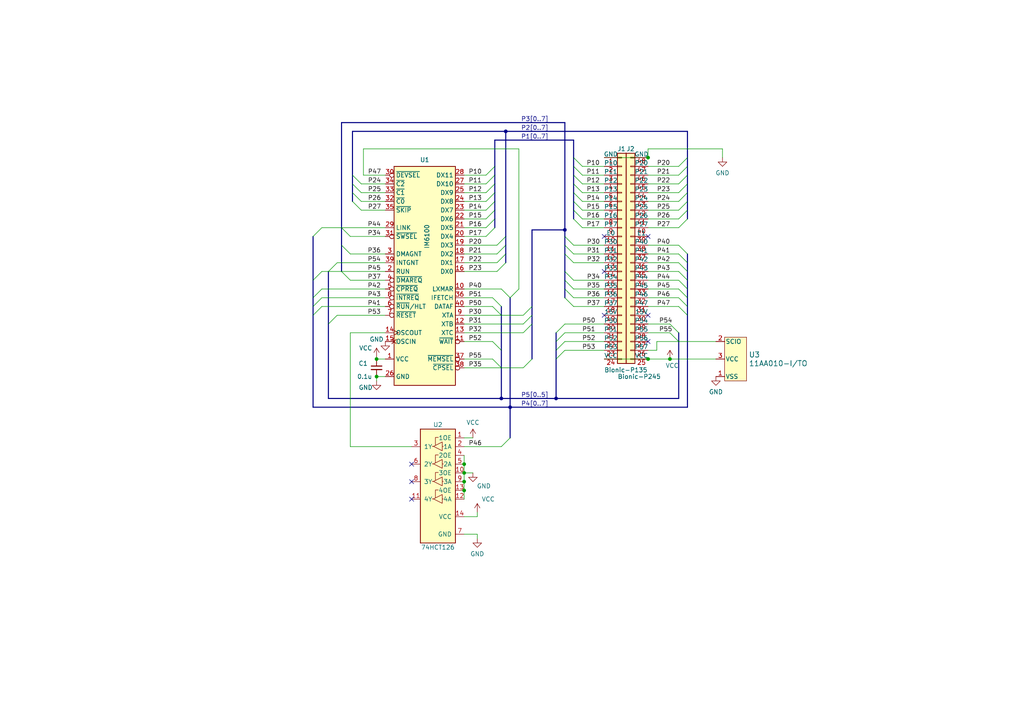
<source format=kicad_sch>
(kicad_sch (version 20230121) (generator eeschema)
  (paper "A4")
  (title_block (title "BionicIM6100") (date "2023-12-10") (rev "1") (company "Tadashi G. Takaoka"))
  (lib_symbols
    (symbol "0-LocalLibrary:11AA010-I_TO" (pin_names (offset 0.254))
      (property "Reference" "U" (at 2.54 1.27 0))
      (property "Value" "11AA010-I/TO" (at 3.81 -13.97 0))
      (symbol "11AA010-I_TO_1_1"
        (rectangle (start 0 0) (end 6.35 -12.7) (fill (type background)))
        (pin power_in line (at -2.54 -11.43 0) (length 2.54) (name "VSS") (number "1"))
        (pin bidirectional line (at -2.54 -1.27 0) (length 2.54) (name "SCIO") (number "2"))
        (pin power_in line (at -2.54 -6.35 0) (length 2.54) (name "VCC") (number "3"))
      )
    )
    (symbol "0-LocalLibrary:74HCT126" (pin_names (offset 1.016))
      (property "Reference" "U" (at 0 16.51 0))
      (property "Value" "74HCT126" (at 0 -19.05 0))
      (symbol "74HCT126_0_1"
        (polyline (pts (xy -1.2954 10.2108) (xy -1.6002 10.2108)))
        (polyline (pts (xy 1.2954 10.2362) (xy 1.651 10.2362)))
        (polyline (pts (xy 0.7112 10.5664) (xy 0.7112 12.827) (xy -0.127 12.827) (xy -0.1016 12.827)))
      )
      (symbol "74HCT126_1_0"
        (polyline (pts (xy 1.27 10.2362) (xy -1.27 11.5062) (xy -1.27 8.9662) (xy 1.27 10.2362)) (stroke (width 0.1524)))
        (pin input line (at -7.62 12.7 0) (length 2.54) (name "1OE") (number "1"))
        (pin input line (at -7.62 2.54 0) (length 2.54) (name "3OE") (number "10"))
        (pin tri_state line (at 7.62 -5.08 180) (length 2.54) (name "4Y") (number "11"))
        (pin input line (at -7.62 -5.08 0) (length 2.54) (name "4A") (number "12"))
        (pin input line (at -7.62 -2.54 0) (length 2.54) (name "4OE") (number "13"))
        (pin power_in line (at -7.62 -10.16 0) (length 2.54) (name "VCC") (number "14"))
        (pin input line (at -7.62 10.16 0) (length 2.54) (name "1A") (number "2"))
        (pin tri_state line (at 7.62 10.16 180) (length 2.54) (name "1Y") (number "3"))
        (pin input line (at -7.62 7.62 0) (length 2.54) (name "2OE") (number "4"))
        (pin input line (at -7.62 5.08 0) (length 2.54) (name "2A") (number "5"))
        (pin tri_state line (at 7.62 5.08 180) (length 2.54) (name "2Y") (number "6"))
        (pin power_in line (at -7.62 -15.24 0) (length 2.54) (name "GND") (number "7"))
        (pin tri_state line (at 7.62 0 180) (length 2.54) (name "3Y") (number "8"))
        (pin input line (at -7.62 0 0) (length 2.54) (name "3A") (number "9"))
      )
      (symbol "74HCT126_1_1"
        (rectangle (start -5.08 15.24) (end 5.08 -17.78) (stroke (width 0.254)) (fill (type background)))
        (polyline (pts (xy -1.2954 -5.0292) (xy -1.6002 -5.0292)))
        (polyline (pts (xy -1.2954 0.0508) (xy -1.6002 0.0508)))
        (polyline (pts (xy -1.2954 5.1308) (xy -1.6002 5.1308)))
        (polyline (pts (xy 1.2954 -5.0038) (xy 1.651 -5.0038)))
        (polyline (pts (xy 1.2954 0.0762) (xy 1.651 0.0762)))
        (polyline (pts (xy 1.2954 5.1562) (xy 1.651 5.1562)))
        (polyline (pts (xy 0.7112 -4.6736) (xy 0.7112 -2.413) (xy -0.127 -2.413) (xy -0.1016 -2.413)))
        (polyline (pts (xy 0.7112 0.4064) (xy 0.7112 2.667) (xy -0.127 2.667) (xy -0.1016 2.667)))
        (polyline (pts (xy 0.7112 5.4864) (xy 0.7112 7.747) (xy -0.127 7.747) (xy -0.1016 7.747)))
        (polyline (pts (xy 1.27 -5.0038) (xy -1.27 -3.7338) (xy -1.27 -6.2738) (xy 1.27 -5.0038)) (stroke (width 0.1524)))
        (polyline (pts (xy 1.27 0.0762) (xy -1.27 1.3462) (xy -1.27 -1.1938) (xy 1.27 0.0762)) (stroke (width 0.1524)))
        (polyline (pts (xy 1.27 5.1562) (xy -1.27 6.4262) (xy -1.27 3.8862) (xy 1.27 5.1562)) (stroke (width 0.1524)))
      )
    )
    (symbol "0-LocalLibrary:Bionic-P135" (pin_names (offset 0))
      (property "Reference" "J" (at 0 30.48 0))
      (property "Value" "Bionic-P135" (at -1.27 -33.02 0))
      (symbol "Bionic-P135_1_1"
        (rectangle (start -1.27 -30.353) (end 0 -30.607) (stroke (width 0.1524)))
        (rectangle (start -1.27 -27.813) (end 0 -28.067) (stroke (width 0.1524)))
        (rectangle (start -1.27 -25.273) (end 0 -25.527) (stroke (width 0.1524)))
        (rectangle (start -1.27 -22.733) (end 0 -22.987) (stroke (width 0.1524)))
        (rectangle (start -1.27 -20.193) (end 0 -20.447) (stroke (width 0.1524)))
        (rectangle (start -1.27 -17.653) (end 0 -17.907) (stroke (width 0.1524)))
        (rectangle (start -1.27 -15.113) (end 0 -15.367) (stroke (width 0.1524)))
        (rectangle (start -1.27 -12.573) (end 0 -12.827) (stroke (width 0.1524)))
        (rectangle (start -1.27 -10.033) (end 0 -10.287) (stroke (width 0.1524)))
        (rectangle (start -1.27 -7.493) (end 0 -7.747) (stroke (width 0.1524)))
        (rectangle (start -1.27 -4.953) (end 0 -5.207) (stroke (width 0.1524)))
        (rectangle (start -1.27 -2.413) (end 0 -2.667) (stroke (width 0.1524)))
        (rectangle (start -1.27 0.127) (end 0 -0.127) (stroke (width 0.1524)))
        (rectangle (start -1.27 2.667) (end 0 2.413) (stroke (width 0.1524)))
        (rectangle (start -1.27 5.207) (end 0 4.953) (stroke (width 0.1524)))
        (rectangle (start -1.27 7.747) (end 0 7.493) (stroke (width 0.1524)))
        (rectangle (start -1.27 10.287) (end 0 10.033) (stroke (width 0.1524)))
        (rectangle (start -1.27 12.827) (end 0 12.573) (stroke (width 0.1524)))
        (rectangle (start -1.27 15.367) (end 0 15.113) (stroke (width 0.1524)))
        (rectangle (start -1.27 17.907) (end 0 17.653) (stroke (width 0.1524)))
        (rectangle (start -1.27 20.447) (end 0 20.193) (stroke (width 0.1524)))
        (rectangle (start -1.27 22.987) (end 0 22.733) (stroke (width 0.1524)))
        (rectangle (start -1.27 25.527) (end 0 25.273) (stroke (width 0.1524)))
        (rectangle (start -1.27 28.067) (end 0 27.813) (stroke (width 0.1524)))
        (rectangle (start -1.27 29.21) (end 1.27 -31.75) (stroke (width 0.254)) (fill (type background)))
        (pin power_out line (at -5.08 27.94 0) (length 3.81) (name "GND") (number "1"))
        (pin bidirectional line (at -5.08 5.08 0) (length 3.81) (name "E0") (number "10"))
        (pin bidirectional line (at -5.08 2.54 0) (length 3.81) (name "P30") (number "11"))
        (pin bidirectional line (at -5.08 0 0) (length 3.81) (name "P31") (number "12"))
        (pin bidirectional line (at -5.08 -2.54 0) (length 3.81) (name "P32") (number "13"))
        (pin bidirectional line (at -5.08 -5.08 0) (length 3.81) (name "P33") (number "14"))
        (pin bidirectional line (at -5.08 -7.62 0) (length 3.81) (name "P34") (number "15"))
        (pin bidirectional line (at -5.08 -10.16 0) (length 3.81) (name "P35") (number "16"))
        (pin bidirectional line (at -5.08 -12.7 0) (length 3.81) (name "P36") (number "17"))
        (pin bidirectional line (at -5.08 -15.24 0) (length 3.81) (name "P37") (number "18"))
        (pin power_out line (at -5.08 -17.78 0) (length 3.81) (name "15V") (number "19"))
        (pin bidirectional line (at -5.08 25.4 0) (length 3.81) (name "P10") (number "2"))
        (pin bidirectional line (at -5.08 -20.32 0) (length 3.81) (name "P50") (number "20"))
        (pin bidirectional line (at -5.08 -22.86 0) (length 3.81) (name "P51") (number "21"))
        (pin bidirectional line (at -5.08 -25.4 0) (length 3.81) (name "P52") (number "22"))
        (pin bidirectional line (at -5.08 -27.94 0) (length 3.81) (name "P53") (number "23"))
        (pin power_out line (at -5.08 -30.48 0) (length 3.81) (name "VCC") (number "24"))
        (pin bidirectional line (at -5.08 22.86 0) (length 3.81) (name "P11") (number "3"))
        (pin bidirectional line (at -5.08 20.32 0) (length 3.81) (name "P12") (number "4"))
        (pin bidirectional line (at -5.08 17.78 0) (length 3.81) (name "P13") (number "5"))
        (pin bidirectional line (at -5.08 15.24 0) (length 3.81) (name "P14") (number "6"))
        (pin bidirectional line (at -5.08 12.7 0) (length 3.81) (name "P15") (number "7"))
        (pin bidirectional line (at -5.08 10.16 0) (length 3.81) (name "P16") (number "8"))
        (pin bidirectional line (at -5.08 7.62 0) (length 3.81) (name "P17") (number "9"))
      )
    )
    (symbol "0-LocalLibrary:Bionic-P245" (pin_names (offset 0))
      (property "Reference" "J" (at -3.81 30.48 0))
      (property "Value" "Bionic-P245" (at -1.27 -33.02 0))
      (symbol "Bionic-P245_1_1"
        (rectangle (start -5.08 -31.75) (end -2.54 29.21) (stroke (width 0.254)) (fill (type background)))
        (rectangle (start -3.81 -30.607) (end -2.54 -30.353) (stroke (width 0.1524)))
        (rectangle (start -3.81 -28.067) (end -2.54 -27.813) (stroke (width 0.1524)))
        (rectangle (start -3.81 -25.527) (end -2.54 -25.273) (stroke (width 0.1524)))
        (rectangle (start -3.81 -22.987) (end -2.54 -22.733) (stroke (width 0.1524)))
        (rectangle (start -3.81 -20.447) (end -2.54 -20.193) (stroke (width 0.1524)))
        (rectangle (start -3.81 -17.907) (end -2.54 -17.653) (stroke (width 0.1524)))
        (rectangle (start -3.81 -15.367) (end -2.54 -15.113) (stroke (width 0.1524)))
        (rectangle (start -3.81 -12.827) (end -2.54 -12.573) (stroke (width 0.1524)))
        (rectangle (start -3.81 -10.287) (end -2.54 -10.033) (stroke (width 0.1524)))
        (rectangle (start -3.81 -7.747) (end -2.54 -7.493) (stroke (width 0.1524)))
        (rectangle (start -3.81 -5.207) (end -2.54 -4.953) (stroke (width 0.1524)))
        (rectangle (start -3.81 -2.667) (end -2.54 -2.413) (stroke (width 0.1524)))
        (rectangle (start -3.81 -0.127) (end -2.54 0.127) (stroke (width 0.1524)))
        (rectangle (start -3.81 2.413) (end -2.54 2.667) (stroke (width 0.1524)))
        (rectangle (start -3.81 4.953) (end -2.54 5.207) (stroke (width 0.1524)))
        (rectangle (start -3.81 7.493) (end -2.54 7.747) (stroke (width 0.1524)))
        (rectangle (start -3.81 10.033) (end -2.54 10.287) (stroke (width 0.1524)))
        (rectangle (start -3.81 12.573) (end -2.54 12.827) (stroke (width 0.1524)))
        (rectangle (start -3.81 15.113) (end -2.54 15.367) (stroke (width 0.1524)))
        (rectangle (start -3.81 17.653) (end -2.54 17.907) (stroke (width 0.1524)))
        (rectangle (start -3.81 20.193) (end -2.54 20.447) (stroke (width 0.1524)))
        (rectangle (start -3.81 22.733) (end -2.54 22.987) (stroke (width 0.1524)))
        (rectangle (start -3.81 25.273) (end -2.54 25.527) (stroke (width 0.1524)))
        (rectangle (start -3.81 27.813) (end -2.54 28.067) (stroke (width 0.1524)))
        (pin power_in line (at 1.27 -30.48 180) (length 3.81) (name "VCC") (number "25"))
        (pin bidirectional line (at 1.27 -27.94 180) (length 3.81) (name "P57") (number "26"))
        (pin bidirectional line (at 1.27 -25.4 180) (length 3.81) (name "P56") (number "27"))
        (pin bidirectional line (at 1.27 -22.86 180) (length 3.81) (name "P55") (number "28"))
        (pin bidirectional line (at 1.27 -20.32 180) (length 3.81) (name "P54") (number "29"))
        (pin power_in line (at 1.27 -17.78 180) (length 3.81) (name "15V") (number "30"))
        (pin bidirectional line (at 1.27 -15.24 180) (length 3.81) (name "P47") (number "31"))
        (pin bidirectional line (at 1.27 -12.7 180) (length 3.81) (name "P46") (number "32"))
        (pin bidirectional line (at 1.27 -10.16 180) (length 3.81) (name "P45") (number "33"))
        (pin bidirectional line (at 1.27 -7.62 180) (length 3.81) (name "P44") (number "34"))
        (pin bidirectional line (at 1.27 -5.08 180) (length 3.81) (name "P43") (number "35"))
        (pin bidirectional line (at 1.27 -2.54 180) (length 3.81) (name "P42") (number "36"))
        (pin bidirectional line (at 1.27 0 180) (length 3.81) (name "P41") (number "37"))
        (pin bidirectional line (at 1.27 2.54 180) (length 3.81) (name "P40") (number "38"))
        (pin bidirectional line (at 1.27 5.08 180) (length 3.81) (name "E1") (number "39"))
        (pin bidirectional line (at 1.27 7.62 180) (length 3.81) (name "P27") (number "40"))
        (pin bidirectional line (at 1.27 10.16 180) (length 3.81) (name "P26") (number "41"))
        (pin bidirectional line (at 1.27 12.7 180) (length 3.81) (name "P25") (number "42"))
        (pin bidirectional line (at 1.27 15.24 180) (length 3.81) (name "P24") (number "43"))
        (pin bidirectional line (at 1.27 17.78 180) (length 3.81) (name "P23") (number "44"))
        (pin bidirectional line (at 1.27 20.32 180) (length 3.81) (name "P22") (number "45"))
        (pin bidirectional line (at 1.27 22.86 180) (length 3.81) (name "P21") (number "46"))
        (pin bidirectional line (at 1.27 25.4 180) (length 3.81) (name "P20") (number "47"))
        (pin power_in line (at 1.27 27.94 180) (length 3.81) (name "GND") (number "48"))
      )
    )
    (symbol "0-LocalLibrary:IM6100"
      (property "Reference" "U" (at -1.27 31.75 0))
      (property "Value" "IM6100" (at 0 -7.62 90))
      (symbol "IM6100_0_1"
        (rectangle (start -8.89 30.48) (end 8.89 -33.02) (stroke (width 0.254)) (fill (type background)))
      )
      (symbol "IM6100_1_1"
        (pin power_in line (at -11.43 -25.4 0) (length 2.54) (name "VCC") (number "1"))
        (pin output line (at 11.43 -5.08 180) (length 2.54) (name "LXMAR") (number "10"))
        (pin input inverted (at 11.43 -20.32 180) (length 2.54) (name "~{WAIT}") (number "11"))
        (pin output line (at 11.43 -15.24 180) (length 2.54) (name "XTB") (number "12"))
        (pin output line (at 11.43 -17.78 180) (length 2.54) (name "XTC") (number "13"))
        (pin input clock (at -11.43 -17.78 0) (length 2.54) (name "OSCOUT") (number "14"))
        (pin passive non_logic (at -11.43 -20.32 0) (length 2.54) (name "OSCIN") (number "15"))
        (pin bidirectional line (at 11.43 0 180) (length 2.54) (name "DX0") (number "16"))
        (pin bidirectional line (at 11.43 2.54 180) (length 2.54) (name "DX1") (number "17"))
        (pin bidirectional line (at 11.43 5.08 180) (length 2.54) (name "DX2") (number "18"))
        (pin bidirectional line (at 11.43 7.62 180) (length 2.54) (name "DX3") (number "19"))
        (pin output line (at -11.43 0 0) (length 2.54) (name "RUN") (number "2"))
        (pin bidirectional line (at 11.43 10.16 180) (length 2.54) (name "DX4") (number "20"))
        (pin bidirectional line (at 11.43 12.7 180) (length 2.54) (name "DX5") (number "21"))
        (pin bidirectional line (at 11.43 15.24 180) (length 2.54) (name "DX6") (number "22"))
        (pin bidirectional line (at 11.43 17.78 180) (length 2.54) (name "DX7") (number "23"))
        (pin bidirectional line (at 11.43 20.32 180) (length 2.54) (name "DX8") (number "24"))
        (pin bidirectional line (at 11.43 22.86 180) (length 2.54) (name "DX9") (number "25"))
        (pin power_in line (at -11.43 -30.48 0) (length 2.54) (name "GND") (number "26"))
        (pin bidirectional line (at 11.43 25.4 180) (length 2.54) (name "DX10") (number "27"))
        (pin bidirectional line (at 11.43 27.94 180) (length 2.54) (name "DX11") (number "28"))
        (pin output line (at -11.43 12.7 0) (length 2.54) (name "LINK") (number "29"))
        (pin output line (at -11.43 5.08 0) (length 2.54) (name "DMAGNT") (number "3"))
        (pin output inverted (at -11.43 27.94 0) (length 2.54) (name "~{DEVSEL}") (number "30"))
        (pin input inverted (at -11.43 10.16 0) (length 2.54) (name "~{SWSEL}") (number "31"))
        (pin bidirectional line (at -11.43 20.32 0) (length 2.54) (name "~{C0}") (number "32"))
        (pin bidirectional line (at -11.43 22.86 0) (length 2.54) (name "~{C1}") (number "33"))
        (pin bidirectional line (at -11.43 25.4 0) (length 2.54) (name "~{C2}") (number "34"))
        (pin bidirectional line (at -11.43 17.78 0) (length 2.54) (name "~{SKIP}") (number "35"))
        (pin output line (at 11.43 -7.62 180) (length 2.54) (name "IFETCH") (number "36"))
        (pin output inverted (at 11.43 -25.4 180) (length 2.54) (name "~{MEMSEL}") (number "37"))
        (pin output inverted (at 11.43 -27.94 180) (length 2.54) (name "~{CPSEL}") (number "38"))
        (pin output line (at -11.43 2.54 0) (length 2.54) (name "INTGNT") (number "39"))
        (pin input inverted (at -11.43 -2.54 0) (length 2.54) (name "~{DMAREQ}") (number "4"))
        (pin output line (at 11.43 -10.16 180) (length 2.54) (name "DATAF") (number "40"))
        (pin input inverted (at -11.43 -5.08 0) (length 2.54) (name "~{CPREQ}") (number "5"))
        (pin input inverted (at -11.43 -10.16 0) (length 2.54) (name "~{RUN}/HLT") (number "6"))
        (pin input inverted (at -11.43 -12.7 0) (length 2.54) (name "~{RESET}") (number "7"))
        (pin input inverted (at -11.43 -7.62 0) (length 2.54) (name "~{INTREQ}") (number "8"))
        (pin output line (at 11.43 -12.7 180) (length 2.54) (name "XTA") (number "9"))
      )
    )
    (symbol "Device:C_Small" (pin_numbers hide) (pin_names (offset 0.254) hide)
      (property "Reference" "C" (at 0.254 1.778 0))
      (property "Value" "C_Small" (at 0.254 -2.032 0))
      (symbol "C_Small_0_1"
        (polyline (pts (xy -1.524 -0.508) (xy 1.524 -0.508)) (stroke (width 0.3302)))
        (polyline (pts (xy -1.524 0.508) (xy 1.524 0.508)) (stroke (width 0.3048)))
      )
      (symbol "C_Small_1_1"
        (pin passive line (at 0 2.54 270) (length 2.032) (name "~") (number "1"))
        (pin passive line (at 0 -2.54 90) (length 2.032) (name "~") (number "2"))
      )
    )
    (symbol "GND_1" (power) (pin_names (offset 0))
      (property "Value" "GND_1" (at 0 -3.81 0))
      (symbol "GND_1_0_1"
        (polyline (pts (xy 0 0) (xy 0 -1.27) (xy 1.27 -1.27) (xy 0 -2.54) (xy -1.27 -1.27) (xy 0 -1.27)))
      )
      (symbol "GND_1_1_1"
        (pin power_in line (at 0 0 270) (length 0) hide (name "GND") (number "1"))
      )
    )
    (symbol "VCC_1" (power) (pin_names (offset 0))
      (property "Value" "VCC_1" (at 0 3.81 0))
      (symbol "VCC_1_0_1"
        (polyline (pts (xy -0.762 1.27) (xy 0 2.54)))
        (polyline (pts (xy 0 0) (xy 0 2.54)))
        (polyline (pts (xy 0 2.54) (xy 0.762 1.27)))
      )
      (symbol "VCC_1_1_1"
        (pin power_in line (at 0 0 90) (length 0) hide (name "VCC") (number "1"))
      )
    )
  )
  (junction (at 134.62 142.24))
  (junction (at 134.62 139.7))
  (junction (at 194.31 104.14))
  (junction (at 187.96 104.14))
  (junction (at 187.96 45.72))
  (junction (at 146.685 38.1))
  (junction (at 147.955 118.11))
  (junction (at 161.29 115.57))
  (junction (at 134.62 134.62))
  (junction (at 134.62 137.16))
  (junction (at 145.415 115.57))
  (junction (at 109.22 104.14))
  (junction (at 163.83 66.675))
  (junction (at 109.22 109.22))
  (no_connect (at 175.26 68.58))
  (no_connect (at 175.26 78.74))
  (no_connect (at 187.96 91.44))
  (no_connect (at 175.26 91.44))
  (no_connect (at 119.38 134.62))
  (no_connect (at 187.96 99.06))
  (no_connect (at 119.38 139.7))
  (no_connect (at 187.96 68.58))
  (no_connect (at 119.38 144.78))
  (bus_entry (at 199.39 60.96) (size -2.54 2.54))
  (bus_entry (at 196.85 71.12) (size 2.54 2.54))
  (bus_entry (at 142.875 86.36) (size 2.54 2.54))
  (bus_entry (at 168.91 60.96) (size -2.54 -2.54))
  (bus_entry (at 99.06 78.74) (size 2.54 2.54))
  (bus_entry (at 93.345 83.82) (size -2.54 2.54))
  (bus_entry (at 154.305 91.44) (size -2.54 2.54))
  (bus_entry (at 194.31 96.52) (size 2.54 2.54))
  (bus_entry (at 140.97 63.5) (size 2.54 -2.54))
  (bus_entry (at 196.85 88.9) (size 2.54 2.54))
  (bus_entry (at 146.685 73.66) (size -2.54 2.54))
  (bus_entry (at 199.39 45.72) (size -2.54 2.54))
  (bus_entry (at 142.875 88.9) (size 2.54 2.54))
  (bus_entry (at 194.31 93.98) (size 2.54 2.54))
  (bus_entry (at 93.345 86.36) (size -2.54 2.54))
  (bus_entry (at 196.85 73.66) (size 2.54 2.54))
  (bus_entry (at 154.305 88.9) (size -2.54 2.54))
  (bus_entry (at 168.91 48.26) (size -2.54 -2.54))
  (bus_entry (at 199.39 63.5) (size -2.54 2.54))
  (bus_entry (at 196.85 81.28) (size 2.54 2.54))
  (bus_entry (at 93.345 66.04) (size -2.54 2.54))
  (bus_entry (at 161.29 101.6) (size 2.54 -2.54))
  (bus_entry (at 146.685 76.2) (size -2.54 2.54))
  (bus_entry (at 163.83 68.58) (size 2.54 2.54))
  (bus_entry (at 102.235 58.42) (size 2.54 2.54))
  (bus_entry (at 163.83 71.12) (size 2.54 2.54))
  (bus_entry (at 168.91 55.88) (size -2.54 -2.54))
  (bus_entry (at 196.85 86.36) (size 2.54 2.54))
  (bus_entry (at 161.29 104.14) (size 2.54 -2.54))
  (bus_entry (at 168.91 53.34) (size -2.54 -2.54))
  (bus_entry (at 168.91 50.8) (size -2.54 -2.54))
  (bus_entry (at 93.345 78.74) (size -2.54 2.54))
  (bus_entry (at 150.495 83.82) (size -2.54 2.54))
  (bus_entry (at 93.345 88.9) (size -2.54 2.54))
  (bus_entry (at 140.97 66.04) (size 2.54 -2.54))
  (bus_entry (at 99.06 71.12) (size 2.54 2.54))
  (bus_entry (at 140.97 53.34) (size 2.54 -2.54))
  (bus_entry (at 168.91 63.5) (size -2.54 -2.54))
  (bus_entry (at 140.97 58.42) (size 2.54 -2.54))
  (bus_entry (at 199.39 58.42) (size -2.54 2.54))
  (bus_entry (at 142.875 104.14) (size 2.54 2.54))
  (bus_entry (at 146.685 68.58) (size -2.54 2.54))
  (bus_entry (at 102.235 50.8) (size 2.54 2.54))
  (bus_entry (at 140.97 68.58) (size 2.54 -2.54))
  (bus_entry (at 140.97 50.8) (size 2.54 -2.54))
  (bus_entry (at 145.415 83.82) (size 2.54 2.54))
  (bus_entry (at 163.83 73.66) (size 2.54 2.54))
  (bus_entry (at 168.91 66.04) (size -2.54 -2.54))
  (bus_entry (at 196.85 78.74) (size 2.54 2.54))
  (bus_entry (at 196.85 83.82) (size 2.54 2.54))
  (bus_entry (at 199.39 53.34) (size -2.54 2.54))
  (bus_entry (at 154.305 93.98) (size -2.54 2.54))
  (bus_entry (at 154.305 104.14) (size -2.54 2.54))
  (bus_entry (at 99.06 66.04) (size 2.54 2.54))
  (bus_entry (at 199.39 50.8) (size -2.54 2.54))
  (bus_entry (at 97.79 91.44) (size -2.54 2.54))
  (bus_entry (at 196.85 76.2) (size 2.54 2.54))
  (bus_entry (at 142.875 99.06) (size 2.54 2.54))
  (bus_entry (at 97.79 76.2) (size -2.54 2.54))
  (bus_entry (at 102.235 53.34) (size 2.54 2.54))
  (bus_entry (at 163.83 86.36) (size 2.54 2.54))
  (bus_entry (at 161.29 96.52) (size 2.54 -2.54))
  (bus_entry (at 199.39 48.26) (size -2.54 2.54))
  (bus_entry (at 199.39 55.88) (size -2.54 2.54))
  (bus_entry (at 102.235 55.88) (size 2.54 2.54))
  (bus_entry (at 147.955 127) (size -2.54 2.54))
  (bus_entry (at 146.685 71.12) (size -2.54 2.54))
  (bus_entry (at 163.83 83.82) (size 2.54 2.54))
  (bus_entry (at 163.83 81.28) (size 2.54 2.54))
  (bus_entry (at 140.97 60.96) (size 2.54 -2.54))
  (bus_entry (at 140.97 55.88) (size 2.54 -2.54))
  (bus_entry (at 168.91 58.42) (size -2.54 -2.54))
  (bus_entry (at 163.83 78.74) (size 2.54 2.54))
  (bus_entry (at 161.29 99.06) (size 2.54 -2.54))
  (bus (pts (xy 163.83 66.675) (xy 163.83 35.56)))
  (wire (pts (xy 134.62 104.14) (xy 142.875 104.14)))
  (bus (pts (xy 199.39 53.34) (xy 199.39 55.88)))
  (wire (pts (xy 175.26 66.04) (xy 168.91 66.04)))
  (wire (pts (xy 134.62 60.96) (xy 140.97 60.96)))
  (bus (pts (xy 146.685 73.66) (xy 146.685 76.2)))
  (wire (pts (xy 111.76 96.52) (xy 101.6 96.52)))
  (wire (pts (xy 187.96 96.52) (xy 194.31 96.52)))
  (bus (pts (xy 199.39 81.28) (xy 199.39 83.82)))
  (wire (pts (xy 145.415 91.44) (xy 151.765 91.44)))
  (wire (pts (xy 134.62 86.36) (xy 142.875 86.36)))
  (bus (pts (xy 145.415 115.57) (xy 95.25 115.57)))
  (bus (pts (xy 196.85 96.52) (xy 196.85 99.06)))
  (wire (pts (xy 175.26 55.88) (xy 168.91 55.88)))
  (wire (pts (xy 134.62 142.24) (xy 134.62 144.78)))
  (bus (pts (xy 199.39 73.66) (xy 199.39 76.2)))
  (bus (pts (xy 166.37 55.88) (xy 166.37 58.42)))
  (bus (pts (xy 95.25 78.74) (xy 95.25 93.98)))
  (wire (pts (xy 175.26 48.26) (xy 168.91 48.26)))
  (wire (pts (xy 99.06 66.04) (xy 111.76 66.04)))
  (wire (pts (xy 163.83 93.98) (xy 175.26 93.98)))
  (wire (pts (xy 134.62 99.06) (xy 142.875 99.06)))
  (bus (pts (xy 166.37 45.72) (xy 166.37 48.26)))
  (wire (pts (xy 134.62 106.68) (xy 145.415 106.68)))
  (bus (pts (xy 199.39 60.96) (xy 199.39 63.5)))
  (wire (pts (xy 93.345 88.9) (xy 111.76 88.9)))
  (bus (pts (xy 102.235 53.34) (xy 102.235 50.8)))
  (wire (pts (xy 190.5 99.06) (xy 196.85 99.06)))
  (wire (pts (xy 134.62 66.04) (xy 140.97 66.04)))
  (bus (pts (xy 146.685 71.12) (xy 146.685 73.66)))
  (wire (pts (xy 134.62 139.7) (xy 134.62 142.24)))
  (bus (pts (xy 199.39 78.74) (xy 199.39 81.28)))
  (wire (pts (xy 145.415 106.68) (xy 151.765 106.68)))
  (bus (pts (xy 166.37 58.42) (xy 166.37 60.96)))
  (wire (pts (xy 187.96 86.36) (xy 196.85 86.36)))
  (wire (pts (xy 97.79 76.2) (xy 111.76 76.2)))
  (wire (pts (xy 166.37 86.36) (xy 175.26 86.36)))
  (bus (pts (xy 163.83 71.12) (xy 163.83 73.66)))
  (wire (pts (xy 134.62 132.08) (xy 134.62 134.62)))
  (wire (pts (xy 166.37 83.82) (xy 175.26 83.82)))
  (wire (pts (xy 175.26 53.34) (xy 168.91 53.34)))
  (wire (pts (xy 99.06 78.74) (xy 111.76 78.74)))
  (wire (pts (xy 187.96 73.66) (xy 196.85 73.66)))
  (bus (pts (xy 163.83 78.74) (xy 163.83 81.28)))
  (bus (pts (xy 145.415 115.57) (xy 161.29 115.57)))
  (wire (pts (xy 109.22 103.505) (xy 109.22 104.14)))
  (bus (pts (xy 199.39 50.8) (xy 199.39 53.34)))
  (bus (pts (xy 143.51 58.42) (xy 143.51 60.96)))
  (bus (pts (xy 99.06 66.04) (xy 99.06 71.12)))
  (bus (pts (xy 143.51 53.34) (xy 143.51 55.88)))
  (wire (pts (xy 105.41 43.18) (xy 150.495 43.18)))
  (bus (pts (xy 146.685 38.1) (xy 146.685 68.58)))
  (wire (pts (xy 134.62 73.66) (xy 144.145 73.66)))
  (bus (pts (xy 199.39 58.42) (xy 199.39 60.96)))
  (wire (pts (xy 175.26 50.8) (xy 168.91 50.8)))
  (wire (pts (xy 175.26 60.96) (xy 168.91 60.96)))
  (bus (pts (xy 90.805 81.28) (xy 90.805 86.36)))
  (bus (pts (xy 146.685 38.1) (xy 199.39 38.1)))
  (wire (pts (xy 138.43 156.21) (xy 138.43 154.94)))
  (bus (pts (xy 145.415 88.9) (xy 145.415 91.44)))
  (bus (pts (xy 102.235 55.88) (xy 102.235 53.34)))
  (bus (pts (xy 145.415 101.6) (xy 145.415 106.68)))
  (wire (pts (xy 134.62 137.16) (xy 134.62 139.7)))
  (bus (pts (xy 146.685 68.58) (xy 146.685 71.12)))
  (bus (pts (xy 199.39 38.1) (xy 199.39 45.72)))
  (bus (pts (xy 196.85 99.06) (xy 196.85 115.57)))
  (bus (pts (xy 154.305 93.98) (xy 154.305 91.44)))
  (wire (pts (xy 196.85 99.06) (xy 207.645 99.06)))
  (bus (pts (xy 199.39 48.26) (xy 199.39 50.8)))
  (wire (pts (xy 134.62 129.54) (xy 145.415 129.54)))
  (wire (pts (xy 134.62 76.2) (xy 144.145 76.2)))
  (wire (pts (xy 163.83 101.6) (xy 175.26 101.6)))
  (wire (pts (xy 187.96 43.18) (xy 209.55 43.18)))
  (wire (pts (xy 134.62 71.12) (xy 144.145 71.12)))
  (bus (pts (xy 166.37 40.64) (xy 166.37 45.72)))
  (bus (pts (xy 166.37 53.34) (xy 166.37 55.88)))
  (wire (pts (xy 101.6 68.58) (xy 111.76 68.58)))
  (wire (pts (xy 134.62 127) (xy 137.16 127)))
  (bus (pts (xy 147.955 118.11) (xy 199.39 118.11)))
  (bus (pts (xy 143.51 60.96) (xy 143.51 63.5)))
  (wire (pts (xy 109.22 110.49) (xy 109.22 109.22)))
  (wire (pts (xy 187.96 104.14) (xy 194.31 104.14)))
  (bus (pts (xy 161.29 115.57) (xy 196.85 115.57)))
  (wire (pts (xy 187.96 81.28) (xy 196.85 81.28)))
  (bus (pts (xy 161.29 104.14) (xy 161.29 115.57)))
  (wire (pts (xy 111.76 73.66) (xy 101.6 73.66)))
  (wire (pts (xy 111.76 50.8) (xy 105.41 50.8)))
  (wire (pts (xy 187.96 88.9) (xy 196.85 88.9)))
  (bus (pts (xy 90.805 68.58) (xy 90.805 81.28)))
  (wire (pts (xy 187.96 48.26) (xy 196.85 48.26)))
  (wire (pts (xy 134.62 137.16) (xy 137.16 137.16)))
  (wire (pts (xy 187.96 93.98) (xy 194.31 93.98)))
  (wire (pts (xy 134.62 53.34) (xy 140.97 53.34)))
  (bus (pts (xy 154.305 66.675) (xy 163.83 66.675)))
  (wire (pts (xy 93.345 78.74) (xy 95.25 78.74)))
  (bus (pts (xy 143.51 63.5) (xy 143.51 66.04)))
  (wire (pts (xy 119.38 129.54) (xy 101.6 129.54)))
  (wire (pts (xy 105.41 50.8) (xy 105.41 43.18)))
  (bus (pts (xy 166.37 60.96) (xy 166.37 63.5)))
  (wire (pts (xy 194.31 104.14) (xy 207.645 104.14)))
  (bus (pts (xy 199.39 86.36) (xy 199.39 88.9)))
  (wire (pts (xy 187.96 78.74) (xy 196.85 78.74)))
  (bus (pts (xy 143.51 50.8) (xy 143.51 53.34)))
  (bus (pts (xy 199.39 91.44) (xy 199.39 118.11)))
  (wire (pts (xy 196.85 76.2) (xy 187.96 76.2)))
  (bus (pts (xy 102.235 50.8) (xy 102.235 38.1)))
  (wire (pts (xy 163.83 99.06) (xy 175.26 99.06)))
  (wire (pts (xy 93.345 86.36) (xy 111.76 86.36)))
  (wire (pts (xy 95.25 78.74) (xy 99.06 78.74)))
  (wire (pts (xy 187.96 71.12) (xy 196.85 71.12)))
  (wire (pts (xy 187.96 55.88) (xy 196.85 55.88)))
  (wire (pts (xy 134.62 58.42) (xy 140.97 58.42)))
  (bus (pts (xy 163.83 66.675) (xy 163.83 68.58)))
  (wire (pts (xy 150.495 43.18) (xy 150.495 83.82)))
  (wire (pts (xy 134.62 55.88) (xy 140.97 55.88)))
  (bus (pts (xy 199.39 83.82) (xy 199.39 86.36)))
  (wire (pts (xy 166.37 76.2) (xy 175.26 76.2)))
  (bus (pts (xy 102.235 38.1) (xy 146.685 38.1)))
  (bus (pts (xy 95.25 115.57) (xy 95.25 93.98)))
  (wire (pts (xy 187.96 58.42) (xy 196.85 58.42)))
  (bus (pts (xy 199.39 55.88) (xy 199.39 58.42)))
  (wire (pts (xy 134.62 134.62) (xy 134.62 137.16)))
  (bus (pts (xy 154.305 91.44) (xy 154.305 88.9)))
  (wire (pts (xy 175.26 63.5) (xy 168.91 63.5)))
  (bus (pts (xy 161.29 101.6) (xy 161.29 104.14)))
  (bus (pts (xy 166.37 48.26) (xy 166.37 50.8)))
  (wire (pts (xy 134.62 154.94) (xy 138.43 154.94)))
  (bus (pts (xy 163.83 73.66) (xy 163.83 78.74)))
  (wire (pts (xy 166.37 71.12) (xy 175.26 71.12)))
  (bus (pts (xy 163.83 81.28) (xy 163.83 83.82)))
  (bus (pts (xy 102.235 58.42) (xy 102.235 55.88)))
  (bus (pts (xy 90.805 118.11) (xy 147.955 118.11)))
  (bus (pts (xy 161.29 99.06) (xy 161.29 101.6)))
  (wire (pts (xy 187.96 50.8) (xy 196.85 50.8)))
  (bus (pts (xy 163.83 83.82) (xy 163.83 86.36)))
  (bus (pts (xy 90.805 88.9) (xy 90.805 91.44)))
  (wire (pts (xy 104.775 53.34) (xy 111.76 53.34)))
  (wire (pts (xy 166.37 81.28) (xy 175.26 81.28)))
  (wire (pts (xy 134.62 96.52) (xy 151.765 96.52)))
  (bus (pts (xy 99.06 35.56) (xy 99.06 66.04)))
  (bus (pts (xy 143.51 55.88) (xy 143.51 58.42)))
  (bus (pts (xy 147.955 86.36) (xy 147.955 118.11)))
  (bus (pts (xy 90.805 91.44) (xy 90.805 118.11)))
  (wire (pts (xy 134.62 68.58) (xy 140.97 68.58)))
  (bus (pts (xy 199.39 88.9) (xy 199.39 91.44)))
  (wire (pts (xy 97.79 91.44) (xy 111.76 91.44)))
  (bus (pts (xy 145.415 106.68) (xy 145.415 115.57)))
  (wire (pts (xy 190.5 101.6) (xy 190.5 99.06)))
  (wire (pts (xy 134.62 83.82) (xy 145.415 83.82)))
  (wire (pts (xy 138.43 149.86) (xy 134.62 149.86)))
  (wire (pts (xy 109.22 109.22) (xy 111.76 109.22)))
  (wire (pts (xy 187.96 63.5) (xy 196.85 63.5)))
  (wire (pts (xy 187.96 60.96) (xy 196.85 60.96)))
  (wire (pts (xy 93.345 66.04) (xy 99.06 66.04)))
  (wire (pts (xy 104.775 55.88) (xy 111.76 55.88)))
  (bus (pts (xy 143.51 40.64) (xy 166.37 40.64)))
  (wire (pts (xy 166.37 73.66) (xy 175.26 73.66)))
  (bus (pts (xy 161.29 96.52) (xy 161.29 99.06)))
  (wire (pts (xy 134.62 63.5) (xy 140.97 63.5)))
  (wire (pts (xy 134.62 93.98) (xy 151.765 93.98)))
  (wire (pts (xy 109.22 104.14) (xy 111.76 104.14)))
  (wire (pts (xy 93.345 83.82) (xy 111.76 83.82)))
  (bus (pts (xy 99.06 35.56) (xy 163.83 35.56)))
  (bus (pts (xy 166.37 50.8) (xy 166.37 53.34)))
  (wire (pts (xy 187.96 53.34) (xy 196.85 53.34)))
  (wire (pts (xy 187.96 66.04) (xy 196.85 66.04)))
  (wire (pts (xy 163.83 96.52) (xy 175.26 96.52)))
  (bus (pts (xy 143.51 48.26) (xy 143.51 50.8)))
  (bus (pts (xy 199.39 76.2) (xy 199.39 78.74)))
  (wire (pts (xy 175.26 104.14) (xy 187.96 104.14)))
  (wire (pts (xy 101.6 96.52) (xy 101.6 129.54)))
  (wire (pts (xy 104.775 58.42) (xy 111.76 58.42)))
  (wire (pts (xy 175.26 45.72) (xy 187.96 45.72)))
  (wire (pts (xy 175.26 58.42) (xy 168.91 58.42)))
  (bus (pts (xy 154.305 88.9) (xy 154.305 66.675)))
  (bus (pts (xy 199.39 45.72) (xy 199.39 48.26)))
  (wire (pts (xy 187.96 83.82) (xy 196.85 83.82)))
  (wire (pts (xy 187.96 101.6) (xy 190.5 101.6)))
  (bus (pts (xy 145.415 91.44) (xy 145.415 101.6)))
  (wire (pts (xy 134.62 88.9) (xy 142.875 88.9)))
  (wire (pts (xy 104.775 60.96) (xy 111.76 60.96)))
  (wire (pts (xy 138.43 149.86) (xy 138.43 148.59)))
  (wire (pts (xy 101.6 81.28) (xy 111.76 81.28)))
  (bus (pts (xy 147.955 118.11) (xy 147.955 127)))
  (bus (pts (xy 143.51 40.64) (xy 143.51 48.26)))
  (bus (pts (xy 90.805 86.36) (xy 90.805 88.9)))
  (bus (pts (xy 99.06 71.12) (xy 99.06 78.74)))
  (wire (pts (xy 134.62 91.44) (xy 145.415 91.44)))
  (wire (pts (xy 187.96 43.18) (xy 187.96 45.72)))
  (bus (pts (xy 163.83 68.58) (xy 163.83 71.12)))
  (bus (pts (xy 154.305 93.98) (xy 154.305 104.14)))
  (wire (pts (xy 134.62 78.74) (xy 144.145 78.74)))
  (wire (pts (xy 134.62 50.8) (xy 140.97 50.8)))
  (wire (pts (xy 166.37 88.9) (xy 175.26 88.9)))
  (wire (pts (xy 209.55 43.18) (xy 209.55 45.72)))
  (label "P35" (at 135.89 106.68 0))
  (label "P17" (at 135.89 68.58 0))
  (label "P3[0..7]" (at 151.13 35.56 0))
  (label "P27" (at 106.68 60.96 0))
  (label "P11" (at 173.99 50.8 180))
  (label "P20" (at 135.89 71.12 0))
  (label "P21" (at 135.89 73.66 0))
  (label "P43" (at 190.5 78.74 0))
  (label "P34" (at 170.18 81.28 0))
  (label "P10" (at 173.99 48.26 180))
  (label "P21" (at 190.5 50.8 0))
  (label "P1[0..7]" (at 151.13 40.64 0))
  (label "P12" (at 135.89 55.88 0))
  (label "P12" (at 173.99 53.34 180))
  (label "P26" (at 190.5 63.5 0))
  (label "P54" (at 191.135 93.98 0))
  (label "P15" (at 173.99 60.96 180))
  (label "P35" (at 170.18 83.82 0))
  (label "P25" (at 190.5 60.96 0))
  (label "P53" (at 110.49 91.44 180))
  (label "P13" (at 135.89 58.42 0))
  (label "P31" (at 135.89 93.98 0))
  (label "P32" (at 170.18 76.2 0))
  (label "P16" (at 135.89 66.04 0))
  (label "P24" (at 106.68 53.34 0))
  (label "P44" (at 190.5 81.28 0))
  (label "P30" (at 135.89 91.44 0))
  (label "P45" (at 190.5 83.82 0))
  (label "P23" (at 190.5 55.88 0))
  (label "P36" (at 110.49 73.66 180))
  (label "P51" (at 135.89 86.36 0))
  (label "P45" (at 110.49 78.74 180))
  (label "P50" (at 172.72 93.98 180))
  (label "P10" (at 135.89 50.8 0))
  (label "P25" (at 106.68 55.88 0))
  (label "P30" (at 170.18 71.12 0))
  (label "P23" (at 135.89 78.74 0))
  (label "P51" (at 172.72 96.52 180))
  (label "P16" (at 173.99 63.5 180))
  (label "P50" (at 135.89 88.9 0))
  (label "P47" (at 106.68 50.8 0))
  (label "P54" (at 110.49 76.2 180))
  (label "P24" (at 190.5 58.42 0))
  (label "P5[0..5]" (at 151.13 115.57 0))
  (label "P17" (at 173.99 66.04 180))
  (label "P26" (at 106.68 58.42 0))
  (label "P55" (at 135.89 104.14 0))
  (label "P11" (at 135.89 53.34 0))
  (label "P37" (at 110.49 81.28 180))
  (label "P2[0..7]" (at 151.13 38.1 0))
  (label "P53" (at 172.72 101.6 180))
  (label "P44" (at 110.49 66.04 180))
  (label "P41" (at 110.49 88.9 180))
  (label "P55" (at 191.135 96.52 0))
  (label "P52" (at 135.89 99.06 0))
  (label "P46" (at 135.89 129.54 0))
  (label "P32" (at 135.89 96.52 0))
  (label "P20" (at 190.5 48.26 0))
  (label "P14" (at 173.99 58.42 180))
  (label "P31" (at 170.18 73.66 0))
  (label "P36" (at 170.18 86.36 0))
  (label "P37" (at 170.18 88.9 0))
  (label "P22" (at 135.89 76.2 0))
  (label "P40" (at 135.89 83.82 0))
  (label "P40" (at 190.5 71.12 0))
  (label "P47" (at 190.5 88.9 0))
  (label "P4[0..7]" (at 151.13 118.11 0))
  (label "P15" (at 135.89 63.5 0))
  (label "P52" (at 172.72 99.06 180))
  (label "P41" (at 190.5 73.66 0))
  (label "P34" (at 110.49 68.58 180))
  (label "P13" (at 173.99 55.88 180))
  (label "P46" (at 190.5 86.36 0))
  (label "P42" (at 110.49 83.82 180))
  (label "P43" (at 110.49 86.36 180))
  (label "P14" (at 135.89 60.96 0))
  (label "P27" (at 190.5 66.04 0))
  (label "P42" (at 190.5 76.2 0))
  (label "P22" (at 190.5 53.34 0))
  (symbol (lib_id "Device:C_Small") (at 109.22 106.68 0) (mirror y) (unit 1)
    (property "Reference" "C1" (at 106.68 105.41 0) (effects (justify left)))
    (property "Value" "0.1u" (at 107.95 109.22 0) (effects (justify left)))
    (property "Footprint" "Capacitor_THT:C_Disc_D3.4mm_W2.1mm_P2.50mm" (effects hide))
  )
  (symbol (lib_id "0-LocalLibrary:74HCT126") (at 127 139.7 0) (mirror y) (unit 1)
    (property "Reference" "U2" (at 127 123.19 0))
    (property "Value" "74HCT126" (at 127 158.75 0))
    (property "Footprint" "Package_DIP:DIP-14_W7.62mm" (effects hide))
    (property "Datasheet" "https://www.ti.com/lit/ds/symlink/cd74hct126.pdf" (effects hide))
  )
  (symbol (lib_name "VCC_1") (lib_id "power:VCC") (at 194.31 104.14 0) (unit 1)
    (property "Reference" "#PWR04" (effects hide))
    (property "Value" "VCC" (at 194.945 106.045 0))
  )
  (symbol (lib_name "GND_1") (lib_id "power:GND") (at 109.22 110.49 0) (unit 1)
    (property "Reference" "#PWR09" (effects hide))
    (property "Value" "GND" (at 106.045 112.395 0))
  )
  (symbol (lib_id "0-LocalLibrary:IM6100") (at 123.19 78.74 0) (unit 1)
    (property "Reference" "U1" (at 123.19 46.355 0))
    (property "Value" "IM6100" (at 123.825 68.58 90))
    (property "Footprint" "Package_DIP:DIP-40_W15.24mm" (effects hide))
    (property "Datasheet" "http://bitsavers.informatik.uni-stuttgart.de/pdf/dec/pdp8/cmos8/IM6100.pdf" (effects hide))
  )
  (symbol (lib_name "GND_1") (lib_id "power:GND") (at 111.76 99.06 0) (unit 1)
    (property "Reference" "#PWR07" (effects hide))
    (property "Value" "GND" (at 109.22 98.425 0))
  )
  (symbol (lib_name "VCC_1") (lib_id "power:VCC") (at 109.22 103.505 0) (unit 1)
    (property "Reference" "#PWR03" (effects hide))
    (property "Value" "VCC" (at 106.045 100.965 0))
  )
  (symbol (lib_id "0-LocalLibrary:11AA010-I_TO") (at 210.185 97.79 0) (unit 1)
    (property "Reference" "U3" (at 217.17 102.87 0) (effects (font (size 1.524 1.524)) (justify left)))
    (property "Value" "11AA010-I/TO" (at 217.17 105.41 0) (effects (font (size 1.524 1.524)) (justify left)))
    (property "Footprint" "TO-92_MC_MCH" (effects hide))
    (property "Datasheet" "11AA010-I/TO" (effects hide))
  )
  (symbol (lib_id "0-LocalLibrary:Bionic-P245") (at 186.69 73.66 0) (unit 1)
    (property "Reference" "J2" (at 182.88 43.18 0))
    (property "Value" "Bionic-P245" (at 185.42 109.22 0))
    (property "Footprint" "connector:Bionic-P245_Vertical" (effects hide))
  )
  (symbol (lib_name "GND_1") (lib_id "power:GND") (at 137.16 137.16 0) (unit 1)
    (property "Reference" "#PWR05" (effects hide))
    (property "Value" "GND" (at 140.335 140.97 0))
  )
  (symbol (lib_id "0-LocalLibrary:Bionic-P135") (at 180.34 73.66 0) (unit 1)
    (property "Reference" "J1" (at 179.07 43.18 0) (effects (justify left)))
    (property "Value" "Bionic-P135" (at 175.26 107.315 0) (effects (justify left)))
    (property "Footprint" "connector:Bionic-P135_Vertical" (effects hide))
  )
  (symbol (lib_name "GND_1") (lib_id "power:GND") (at 209.55 45.72 0) (unit 1)
    (property "Reference" "#PWR08" (effects hide))
    (property "Value" "GND" (at 209.55 50.165 0))
  )
  (symbol (lib_name "VCC_1") (lib_id "power:VCC") (at 137.16 127 0) (unit 1)
    (property "Reference" "#PWR01" (effects hide))
    (property "Value" "VCC" (at 137.16 122.555 0))
  )
  (symbol (lib_name "GND_1") (lib_id "power:GND") (at 207.645 109.22 0) (unit 1)
    (property "Reference" "#PWR010" (effects hide))
    (property "Value" "GND" (at 207.645 113.665 0))
  )
  (symbol (lib_name "GND_1") (lib_id "power:GND") (at 138.43 156.21 0) (unit 1)
    (property "Reference" "#PWR06" (effects hide))
    (property "Value" "GND" (at 138.43 160.655 0))
  )
  (symbol (lib_name "VCC_1") (lib_id "power:VCC") (at 138.43 148.59 0) (unit 1)
    (property "Reference" "#PWR02" (effects hide))
    (property "Value" "VCC" (at 141.605 144.78 0))
  )
)
</source>
